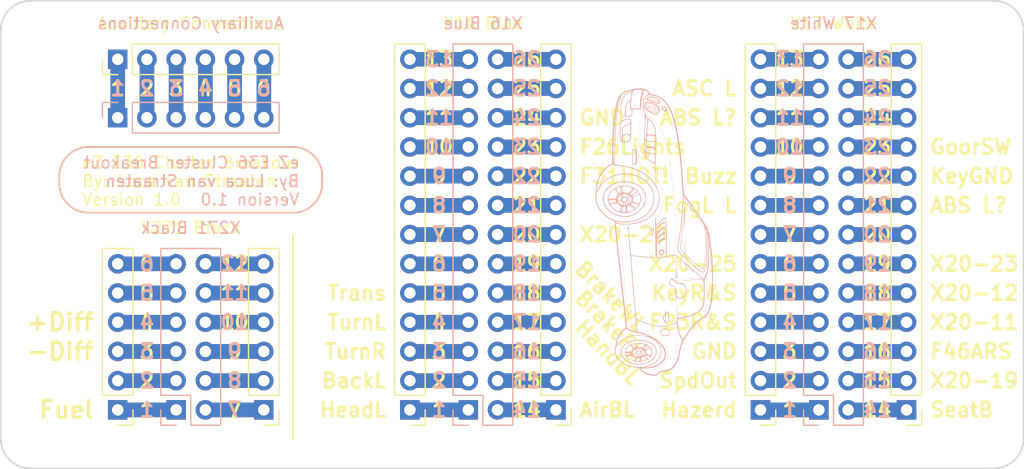
<source format=kicad_pcb>
(kicad_pcb (version 20221018) (generator pcbnew)
  (layers (0 "F.Cu" signal) (31 "B.Cu" signal) (36 "B.SilkS" user "B.Silkscreen") (37 "F.SilkS" user "F.Silkscreen") (38 "B.Mask" user) (39 "F.Mask" user) (44 "Edge.Cuts" user))
  (net 0 "")
  (net 1 "Net-(J1-Pin_1)")
  (net 2 "Net-(J1-Pin_2)")
  (net 3 "Net-(J1-Pin_3)")
  (net 4 "Net-(J1-Pin_4)")
  (net 5 "Net-(J1-Pin_5)")
  (net 6 "Net-(J1-Pin_6)")
  (net 7 "Net-(J1-Pin_7)")
  (net 8 "Net-(J1-Pin_8)")
  (net 9 "Net-(J1-Pin_9)")
  (net 10 "Net-(J1-Pin_10)")
  (net 11 "Net-(J1-Pin_11)")
  (net 12 "Net-(J1-Pin_12)")
  (net 13 "Net-(J1-Pin_13)")
  (net 14 "Net-(J1-Pin_14)")
  (net 15 "Net-(J1-Pin_15)")
  (net 16 "Net-(J1-Pin_16)")
  (net 17 "Net-(J1-Pin_17)")
  (net 18 "Net-(J1-Pin_18)")
  (net 19 "Net-(J1-Pin_19)")
  (net 20 "Net-(J1-Pin_20)")
  (net 21 "Net-(J1-Pin_21)")
  (net 22 "Net-(J1-Pin_22)")
  (net 23 "Net-(J1-Pin_23)")
  (net 24 "Net-(J1-Pin_24)")
  (net 25 "Net-(J1-Pin_25)")
  (net 26 "Net-(J1-Pin_26)")
  (net 27 "Net-(J2-Pin_1)")
  (net 28 "Net-(J2-Pin_2)")
  (net 29 "Net-(J2-Pin_3)")
  (net 30 "Net-(J2-Pin_4)")
  (net 31 "Net-(J2-Pin_5)")
  (net 32 "Net-(J2-Pin_6)")
  (net 33 "Net-(J2-Pin_7)")
  (net 34 "Net-(J2-Pin_8)")
  (net 35 "Net-(J2-Pin_9)")
  (net 36 "Net-(J2-Pin_10)")
  (net 37 "Net-(J2-Pin_11)")
  (net 38 "Net-(J2-Pin_12)")
  (net 39 "Net-(J2-Pin_13)")
  (net 40 "Net-(J2-Pin_14)")
  (net 41 "Net-(J2-Pin_15)")
  (net 42 "Net-(J2-Pin_16)")
  (net 43 "Net-(J2-Pin_17)")
  (net 44 "Net-(J2-Pin_18)")
  (net 45 "Net-(J2-Pin_19)")
  (net 46 "Net-(J2-Pin_20)")
  (net 47 "Net-(J2-Pin_21)")
  (net 48 "Net-(J2-Pin_22)")
  (net 49 "Net-(J2-Pin_23)")
  (net 50 "Net-(J2-Pin_24)")
  (net 51 "Net-(J2-Pin_25)")
  (net 52 "Net-(J2-Pin_26)")
  (net 53 "Net-(J3-Pin_1)")
  (net 54 "Net-(J3-Pin_2)")
  (net 55 "Net-(J3-Pin_3)")
  (net 56 "Net-(J3-Pin_4)")
  (net 57 "Net-(J3-Pin_5)")
  (net 58 "Net-(J3-Pin_6)")
  (net 59 "Net-(J3-Pin_7)")
  (net 60 "Net-(J3-Pin_8)")
  (net 61 "Net-(J3-Pin_9)")
  (net 62 "Net-(J3-Pin_10)")
  (net 63 "Net-(J3-Pin_11)")
  (net 64 "Net-(J3-Pin_12)")
  (net 65 "Net-(J4-Pin_1)")
  (net 66 "Net-(J4-Pin_2)")
  (net 67 "Net-(J4-Pin_3)")
  (net 68 "Net-(J4-Pin_4)")
  (net 69 "Net-(J4-Pin_5)")
  (net 70 "Net-(J4-Pin_6)")
  (footprint "Connector_PinHeader_2.54mm:PinHeader_1x13_P2.54mm_Vertical" (layer "F.Cu") (at 152.4 121.92 180)
    (fp_text reference "J22" hide)
    (fp_text value "Conn_01x13_Pin" hide)
  )
  (footprint "Connector_PinHeader_2.54mm:PinHeader_1x06_P2.54mm_Vertical" (layer "F.Cu") (at 114.3 91.44 90)
    (fp_text reference "J41" hide)
    (fp_text value "Conn_01x06_Pin" hide)
  )
  (footprint "Connector_PinHeader_2.54mm:PinHeader_1x06_P2.54mm_Vertical" (layer "F.Cu") (at 127 121.92 180)
    (fp_text reference "J32" hide)
    (fp_text value "Conn_01x06_Pin" hide)
  )
  (footprint "Connector_PinHeader_2.54mm:PinHeader_1x06_P2.54mm_Vertical" (layer "F.Cu") (at 114.3 121.92 180)
    (fp_text reference "J31" hide)
    (fp_text value "Conn_01x06_Pin" hide)
  )
  (footprint "Connector_PinHeader_2.54mm:PinHeader_1x13_P2.54mm_Vertical" (layer "F.Cu") (at 139.7 121.92 180)
    (fp_text reference "J21" hide)
    (fp_text value "Conn_01x13_Pin" hide)
  )
  (footprint "Connector_PinHeader_2.54mm:PinHeader_1x13_P2.54mm_Vertical" (layer "F.Cu") (at 170.18 121.92 180)
    (fp_text reference "J11" hide)
    (fp_text value "Conn_01x13_Pin" hide)
  )
  (footprint "Connector_PinHeader_2.54mm:PinHeader_1x13_P2.54mm_Vertical" (layer "F.Cu") (at 182.88 121.92 180)
    (fp_text reference "J12" hide)
    (fp_text value "Conn_01x13_Pin" hide)
  )
  (footprint "Connector_PinHeader_2.54mm:PinHeader_2x13_P2.54mm_Vertical" (layer "B.Cu") (at 175.26 121.92)
    (fp_text reference "J1" hide)
    (fp_text value "Conn_02x13_Top_Bottom" hide)
  )
  (footprint "Connector_PinHeader_2.54mm:PinHeader_2x06_P2.54mm_Vertical" (layer "B.Cu") (at 119.38 121.92)
    (fp_text reference "J3" hide)
    (fp_text value "Conn_02x06_Top_Bottom" hide)
  )
  (footprint "Connector_PinHeader_2.54mm:PinHeader_2x13_P2.54mm_Vertical" (layer "B.Cu") (at 144.78 121.92)
    (fp_text reference "J2" hide)
    (fp_text value "Conn_02x13_Top_Bottom" hide)
  )
  (footprint "LOGO" (layer "B.Cu") (at 161.29 106.68 90)
    (fp_text reference "G***" hide)
    (fp_text value "LOGO" hide)
  )
  (footprint "Connector_PinHeader_2.54mm:PinHeader_1x06_P2.54mm_Vertical" (layer "B.Cu") (at 114.3 96.52 -90)
    (fp_text reference "J4" hide)
    (fp_text value "Conn_01x06_Pin" hide)
  )
  (gr_line (start 132.08 101.6) (end 132.08 102.235) (stroke (width 0.15)) (layer "B.SilkS"))
  (gr_arc (start 111.76 104.775) (mid 109.963949 104.031051) (end 109.22 102.235) (stroke (width 0.15)) (layer "B.SilkS"))
  (gr_line (start 109.22 102.235) (end 109.22 101.6) (stroke (width 0.15)) (layer "B.SilkS"))
  (gr_arc (start 109.22 101.6) (mid 109.963949 99.803949) (end 111.76 99.06) (stroke (width 0.15)) (layer "B.SilkS"))
  (gr_arc (start 129.54 99.06) (mid 131.336051 99.803949) (end 132.08 101.6) (stroke (width 0.15)) (layer "B.SilkS"))
  (gr_arc (start 132.08 102.235) (mid 131.336051 104.031051) (end 129.54 104.775) (stroke (width 0.15)) (layer "B.SilkS"))
  (gr_line (start 111.76 99.06) (end 129.54 99.06) (stroke (width 0.15)) (layer "B.SilkS"))
  (gr_line (start 129.54 104.775) (end 111.76 104.775) (stroke (width 0.15)) (layer "B.SilkS"))
  (gr_line (start 132.08 101.6) (end 132.08 102.235) (stroke (width 0.15)) (layer "F.SilkS"))
  (gr_line (start 111.76 99.06) (end 129.54 99.06) (stroke (width 0.15)) (layer "F.SilkS"))
  (gr_line (start 129.54 106.68) (end 129.54 124.46) (stroke (width 0.15)) (layer "F.SilkS"))
  (gr_arc (start 129.54 99.06) (mid 131.336051 99.803949) (end 132.08 101.6) (stroke (width 0.15)) (layer "F.SilkS"))
  (gr_arc (start 132.08 102.235) (mid 131.336051 104.031051) (end 129.54 104.775) (stroke (width 0.15)) (layer "F.SilkS"))
  (gr_arc (start 111.76 104.775) (mid 109.963949 104.031051) (end 109.22 102.235) (stroke (width 0.15)) (layer "F.SilkS"))
  (gr_line (start 109.22 102.235) (end 109.22 101.6) (stroke (width 0.15)) (layer "F.SilkS"))
  (gr_arc (start 109.22 101.6) (mid 109.963949 99.803949) (end 111.76 99.06) (stroke (width 0.15)) (layer "F.SilkS"))
  (gr_line (start 129.54 104.775) (end 111.76 104.775) (stroke (width 0.15)) (layer "F.SilkS"))
  (gr_arc (start 104.14 88.9) (mid 104.883949 87.103949) (end 106.68 86.36) (stroke (width 0.15)) (layer "Edge.Cuts"))
  (gr_arc (start 190.5 86.36) (mid 192.296051 87.103949) (end 193.04 88.9) (stroke (width 0.15)) (layer "Edge.Cuts"))
  (gr_arc (start 193.04 124.46) (mid 192.296051 126.256051) (end 190.5 127) (stroke (width 0.15)) (layer "Edge.Cuts"))
  (gr_line (start 106.68 127) (end 190.5 127) (stroke (width 0.1)) (layer "Edge.Cuts"))
  (gr_line (start 193.04 124.46) (end 193.04 88.9) (stroke (width 0.1)) (layer "Edge.Cuts"))
  (gr_line (start 190.5 86.36) (end 106.68 86.36) (stroke (width 0.1)) (layer "Edge.Cuts"))
  (gr_line (start 104.14 88.9) (end 104.14 124.46) (stroke (width 0.1)) (layer "Edge.Cuts"))
  (gr_arc (start 106.68 127) (mid 104.883949 126.256051) (end 104.14 124.46) (stroke (width 0.15)) (layer "Edge.Cuts"))
  (gr_text "19" (at 180.34 109.22) (layer "B.SilkS") (effects (font (size 1.27 1.27) (thickness 0.254) bold) (justify mirror)))
  (gr_text "22" (at 149.86 101.6) (layer "B.SilkS") (effects (font (size 1.27 1.27) (thickness 0.254) bold) (justify mirror)))
  (gr_text "15" (at 149.86 119.38) (layer "B.SilkS") (effects (font (size 1.27 1.27) (thickness 0.254) bold) (justify mirror)))
  (gr_text "17" (at 149.86 114.3) (layer "B.SilkS") (effects (font (size 1.27 1.27) (thickness 0.254) bold) (justify mirror)))
  (gr_text "4" (at 116.84 114.3) (layer "B.SilkS") (effects (font (size 1.27 1.27) (thickness 0.254) bold) (justify mirror)))
  (gr_text "16" (at 149.86 116.84) (layer "B.SilkS") (effects (font (size 1.27 1.27) (thickness 0.254) bold) (justify mirror)))
  (gr_text "8" (at 172.72 104.14) (layer "B.SilkS") (effects (font (size 1.27 1.27) (thickness 0.254) bold) (justify mirror)))
  (gr_text "9" (at 142.24 101.6) (layer "B.SilkS") (effects (font (size 1.27 1.27) (thickness 0.254) bold) (justify mirror)))
  (gr_text "10" (at 142.24 99.06) (layer "B.SilkS") (effects (font (size 1.27 1.27) (thickness 0.254) bold) (justify mirror)))
  (gr_text "20" (at 149.86 106.68) (layer "B.SilkS") (effects (font (size 1.27 1.27) (thickness 0.254) bold) (justify mirror)))
  (gr_text "7" (at 142.24 106.68) (layer "B.SilkS") (effects (font (size 1.27 1.27) (thickness 0.254) bold) (justify mirror)))
  (gr_text "23" (at 180.34 99.06) (layer "B.SilkS") (effects (font (size 1.27 1.27) (thickness 0.254) bold) (justify mirror)))
  (gr_text "19" (at 149.86 109.22) (layer "B.SilkS") (effects (font (size 1.27 1.27) (thickness 0.254) bold) (justify mirror)))
  (gr_text "X271 Black" (at 120.65 106.68) (layer "B.SilkS") (effects (font (size 1 1)) (justify bottom mirror)))
  (gr_text "24" (at 149.86 96.52) (layer "B.SilkS") (effects (font (size 1.27 1.27) (thickness 0.254) bold) (justify mirror)))
  (gr_text "8" (at 124.46 119.38) (layer "B.SilkS") (effects (font (size 1.27 1.27) (thickness 0.254) bold) (justify mirror)))
  (gr_text "4" (at 142.24 114.3) (layer "B.SilkS") (effects (font (size 1.27 1.27) (thickness 0.254) bold) (justify mirror)))
  (gr_text "5" (at 124.46 93.98) (layer "B.SilkS") (effects (font (size 1.27 1.27) (thickness 0.254) bold) (justify mirror)))
  (gr_text "25" (at 149.86 93.98) (layer "B.SilkS") (effects (font (size 1.27 1.27) (thickness 0.254) bold) (justify mirror)))
  (gr_text "2" (at 142.24 119.38) (layer "B.SilkS") (effects (font (size 1.27 1.27) (thickness 0.254) bold) (justify mirror)))
  (gr_text "6" (at 116.84 109.22) (layer "B.SilkS") (effects (font (size 1.27 1.27) (thickness 0.254) bold) (justify mirror)))
  (gr_text "3" (at 116.84 116.84) (layer "B.SilkS") (effects (font (size 1.27 1.27) (thickness 0.254) bold) (justify mirror)))
  (gr_text "5" (at 172.72 111.76) (layer "B.SilkS") (effects (font (size 1.27 1.27) (thickness 0.254) bold) (justify mirror)))
  (gr_text "20" (at 180.34 106.68) (layer "B.SilkS") (effects (font (size 1.27 1.27) (thickness 0.254) bold) (justify mirror)))
  (gr_text "8" (at 142.24 104.14) (layer "B.SilkS") (effects (font (size 1.27 1.27) (thickness 0.254) bold) (justify mirror)))
  (gr_text "7" (at 172.72 106.68) (layer "B.SilkS") (effects (font (size 1.27 1.27) (thickness 0.254) bold) (justify mirror)))
  (gr_text "9" (at 172.72 101.6) (layer "B.SilkS") (effects (font (size 1.27 1.27) (thickness 0.254) bold) (justify mirror)))
  (gr_text "4" (at 172.72 114.3) (layer "B.SilkS") (effects (font (size 1.27 1.27) (thickness 0.254) bold) (justify mirror)))
  (gr_text "18" (at 149.86 111.76) (layer "B.SilkS") (effects (font (size 1.27 1.27) (thickness 0.254) bold) (justify mirror)))
  (gr_text "14" (at 180.34 121.92) (layer "B.SilkS") (effects (font (size 1.27 1.27) (thickness 0.254) bold) (justify mirror)))
  (gr_text "24" (at 180.34 96.52) (layer "B.SilkS") (effects (font (size 1.27 1.27) (thickness 0.254) bold) (justify mirror)))
  (gr_text "1" (at 116.84 121.92) (layer "B.SilkS") (effects (font (size 1.27 1.27) (thickness 0.254) bold) (justify mirror)))
  (gr_text "Auxiliary Connections" (at 120.65 88.9) (layer "B.SilkS") (effects (font (size 1 1)) (justify bottom mirror)))
  (gr_text "17" (at 180.34 114.3) (layer "B.SilkS") (effects (font (size 1.27 1.27) (thickness 0.254) bold) (justify mirror)))
  (gr_text "5" (at 116.84 111.76) (layer "B.SilkS") (effects (font (size 1.27 1.27) (thickness 0.254) bold) (justify mirror)))
  (gr_text "eZ E36 Cluster Breakout\nBy: Luca van Straaten\nVersion 1.0" (at 130.175 102.03) (layer "B.SilkS") (effects (font (size 1 1)) (justify left mirror)))
  (gr_text "9" (at 124.46 116.84) (layer "B.SilkS") (effects (font (size 1.27 1.27) (thickness 0.254) bold) (justify mirror)))
  (gr_text "2" (at 116.84 93.98) (layer "B.SilkS") (effects (font (size 1.27 1.27) (thickness 0.254) bold) (justify mirror)))
  (gr_text "X16 Blue" (at 146.05 88.9) (layer "B.SilkS") (effects (font (size 1 1)) (justify bottom mirror)))
  (gr_text "10" (at 172.72 99.06) (layer "B.SilkS") (effects (font (size 1.27 1.27) (thickness 0.254) bold) (justify mirror)))
  (gr_text "11" (at 124.46 111.76) (layer "B.SilkS") (effects (font (size 1.27 1.27) (thickness 0.254) bold) (justify mirror)))
  (gr_text "12" (at 142.24 93.98) (layer "B.SilkS") (effects (font (size 1.27 1.27) (thickness 0.254) bold) (justify mirror)))
  (gr_text "26" (at 149.86 91.44) (layer "B.SilkS") (effects (font (size 1.27 1.27) (thickness 0.254) bold) (justify mirror)))
  (gr_text "2" (at 172.72 119.38) (layer "B.SilkS") (effects (font (size 1.27 1.27) (thickness 0.254) bold) (justify mirror)))
  (gr_text "22" (at 180.34 101.6) (layer "B.SilkS") (effects (font (size 1.27 1.27) (thickness 0.254) bold) (justify mirror)))
  (gr_text "11" (at 172.72 96.52) (layer "B.SilkS") (effects (font (size 1.27 1.27) (thickness 0.254) bold) (justify mirror)))
  (gr_text "21" (at 180.34 104.14) (layer "B.SilkS") (effects (font (size 1.27 1.27) (thickness 0.254) bold) (justify mirror)))
  (gr_text "6" (at 172.72 109.22) (layer "B.SilkS") (effects (font (size 1.27 1.27) (thickness 0.254) bold) (justify mirror)))
  (gr_text "13" (at 142.24 91.44) (layer "B.SilkS") (effects (font (size 1.27 1.27) (thickness 0.254) bold) (justify mirror)))
  (gr_text "7" (at 124.46 121.92) (layer "B.SilkS") (effects (font (size 1.27 1.27) (thickness 0.254) bold) (justify mirror)))
  (gr_text "5" (at 142.24 111.76) (layer "B.SilkS") (effects (font (size 1.27 1.27) (thickness 0.254) bold) (justify mirror)))
  (gr_text "1" (at 142.24 121.92) (layer "B.SilkS") (effects (font (size 1.27 1.27) (thickness 0.254) bold) (justify mirror)))
  (gr_text "26" (at 180.34 91.44) (layer "B.SilkS") (effects (font (size 1.27 1.27) (thickness 0.254) bold) (justify mirror)))
  (gr_text "X17 White" (at 176.53 88.9) (layer "B.SilkS") (effects (font (size 1 1)) (justify bottom mirror)))
  (gr_text "3" (at 172.72 116.84) (layer "B.SilkS") (effects (font (size 1.27 1.27) (thickness 0.254) bold) (justify mirror)))
  (gr_text "14" (at 149.86 121.92) (layer "B.SilkS") (effects (font (size 1.27 1.27) (thickness 0.254) bold) (justify mirror)))
  (gr_text "3" (at 119.38 93.98) (layer "B.SilkS") (effects (font (size 1.27 1.27) (thickness 0.254) bold) (justify mirror)))
  (gr_text "18" (at 180.34 111.76) (layer "B.SilkS") (effects (font (size 1.27 1.27) (thickness 0.254) bold) (justify mirror)))
  (gr_text "11" (at 142.24 96.52) (layer "B.SilkS") (effects (font (size 1.27 1.27) (thickness 0.254) bold) (justify mirror)))
  (gr_text "1" (at 172.72 121.92) (layer "B.SilkS") (effects (font (size 1.27 1.27) (thickness 0.254) bold) (justify mirror)))
  (gr_text "2" (at 116.84 119.38) (layer "B.SilkS") (effects (font (size 1.27 1.27) (thickness 0.254) bold) (justify mirror)))
  (gr_text "25" (at 180.34 93.98) (layer "B.SilkS") (effects (font (size 1.27 1.27) (thickness 0.254) bold) (justify mirror)))
  (gr_text "1" (at 114.3 93.98) (layer "B.SilkS") (effects (font (size 1.27 1.27) (thickness 0.254) bold) (justify mirror)))
  (gr_text "16" (at 180.34 116.84) (layer "B.SilkS") (effects (font (size 1.27 1.27) (thickness 0.254) bold) (justify mirror)))
  (gr_text "13" (at 172.72 91.44) (layer "B.SilkS") (effects (font (size 1.27 1.27) (thickness 0.254) bold) (justify mirror)))
  (gr_text "21" (at 149.86 104.14) (layer "B.SilkS") (effects (font (size 1.27 1.27) (thickness 0.254) bold) (justify mirror)))
  (gr_text "15" (at 180.34 119.38) (layer "B.SilkS") (effects (font (size 1.27 1.27) (thickness 0.254) bold) (justify mirror)))
  (gr_text "4" (at 121.92 93.98) (layer "B.SilkS") (effects (font (size 1.27 1.27) (thickness 0.254) bold) (justify mirror)))
  (gr_text "6" (at 127 93.98) (layer "B.SilkS") (effects (font (size 1.27 1.27) (thickness 0.254) bold) (justify mirror)))
  (gr_text "12" (at 172.72 93.98) (layer "B.SilkS") (effects (font (size 1.27 1.27) (thickness 0.254) bold) (justify mirror)))
  (gr_text "10" (at 124.46 114.3) (layer "B.SilkS") (effects (font (size 1.27 1.27) (thickness 0.254) bold) (justify mirror)))
  (gr_text "6" (at 142.24 109.22) (layer "B.SilkS") (effects (font (size 1.27 1.27) (thickness 0.254) bold) (justify mirror)))
  (gr_text "12" (at 124.46 109.22) (layer "B.SilkS") (effects (font (size 1.27 1.27) (thickness 0.254) bold) (justify mirror)))
  (gr_text "23" (at 149.86 99.06) (layer "B.SilkS") (effects (font (size 1.27 1.27) (thickness 0.254) bold) (justify mirror)))
  (gr_text "3" (at 142.24 116.84) (layer "B.SilkS") (effects (font (size 1.27 1.27) (thickness 0.254) bold) (justify mirror)))
  (gr_text "17" (at 149.86 114.3) (layer "F.SilkS") (effects (font (size 1.27 1.27) (thickness 0.254) bold)))
  (gr_text "4" (at 121.92 93.98) (layer "F.SilkS") (effects (font (size 1.27 1.27) (thickness 0.254) bold)))
  (gr_text "ASC L" (at 168.275 93.98) (layer "F.SilkS") (effects (font (size 1.27 1.27) (thickness 0.254) bold) (justify right)))
  (gr_text "3" (at 119.38 93.98) (layer "F.SilkS") (effects (font (size 1.27 1.27) (thickness 0.254) bold)))
  (gr_text "24" (at 180.34 96.52) (layer "F.SilkS") (effects (font (size 1.27 1.27) (thickness 0.254) bold)))
  (gr_text "14" (at 180.34 121.92) (layer "F.SilkS") (effects (font (size 1.27 1.27) (thickness 0.254) bold)))
  (gr_text "10" (at 124.46 114.3) (layer "F.SilkS") (effects (font (size 1.27 1.27) (thickness 0.254) bold)))
  (gr_text "19" (at 149.86 109.22) (layer "F.SilkS") (effects (font (size 1.27 1.27) (thickness 0.254) bold)))
  (gr_text "13" (at 142.24 91.44) (layer "F.SilkS") (effects (font (size 1.27 1.27) (thickness 0.254) bold)))
  (gr_text "20" (at 149.86 106.68) (layer "F.SilkS") (effects (font (size 1.27 1.27) (thickness 0.254) bold)))
  (gr_text "HeadL" (at 137.795 121.92) (layer "F.SilkS") (effects (font (size 1.27 1.27) (thickness 0.254) bold) (justify right)))
  (gr_text "26" (at 149.86 91.44) (layer "F.SilkS") (effects (font (size 1.27 1.27) (thickness 0.254) bold)))
  (gr_text "Auxiliary Connections" (at 120.65 88.9) (layer "F.SilkS") (effects (font (size 1 1)) (justify bottom)))
  (gr_text "8" (at 124.46 119.38) (layer "F.SilkS") (effects (font (size 1.27 1.27) (thickness 0.254) bold)))
  (gr_text "AirBL" (at 154.305 121.92) (layer "F.SilkS") (effects (font (size 1.27 1.27) (thickness 0.254) bold) (justify left)))
  (gr_text "25" (at 149.86 93.98) (layer "F.SilkS") (effects (font (size 1.27 1.27) (thickness 0.254) bold)))
  (gr_text "X20-23" (at 184.785 109.22) (layer "F.SilkS") (effects (font (size 1.27 1.27) (thickness 0.254) bold) (justify left)))
  (gr_text "9" (at 124.46 116.84) (layer "F.SilkS") (effects (font (size 1.27 1.27) (thickness 0.254) bold)))
  (gr_text "9" (at 172.72 101.6) (layer "F.SilkS") (effects (font (size 1.27 1.27) (thickness 0.254) bold)))
  (gr_text "26" (at 180.34 91.44) (layer "F.SilkS") (effects (font (size 1.27 1.27) (thickness 0.254) bold)))
  (gr_text "X20-20" (at 154.305 106.68) (layer "F.SilkS") (effects (font (size 1.27 1.27) (thickness 0.254) bold) (justify left)))
  (gr_text "18" (at 149.86 111.76) (layer "F.SilkS") (effects (font (size 1.27 1.27) (thickness 0.254) bold)))
  (gr_text "BrakeWL" (at 154.305 109.22 315) (layer "F.SilkS") (effects (font (size 1.27 1.27) (thickness 0.254) bold) (justify left)))
  (gr_text "22" (at 180.34 101.6) (layer "F.SilkS") (effects (font (size 1.27 1.27) (thickness 0.254) bold)))
  (gr_text "TurnR" (at 137.795 116.84) (layer "F.SilkS") (effects (font (size 1.27 1.27) (thickness 0.254) bold) (justify right)))
  (gr_text "10" (at 172.72 99.06) (layer "F.SilkS") (effects (font (size 1.27 1.27) (thickness 0.254) bold)))
  (gr_text "2" (at 172.72 119.38) (layer "F.SilkS") (effects (font (size 1.27 1.27) (thickness 0.254) bold)))
  (gr_text "ABS L?" (at 184.785 104.14) (layer "F.SilkS") (effects (font (size 1.27 1.27) (thickness 0.254) bold) (justify left)))
  (gr_text "F46ARS" (at 184.785 116.84) (layer "F.SilkS") (effects (font (size 1.27 1.27) (thickness 0.254) bold) (justify left)))
  (gr_text "21" (at 149.86 104.14) (layer "F.SilkS") (effects (font (size 1.27 1.27) (thickness 0.254) bold)))
  (gr_text "16" (at 180.34 116.84) (layer "F.SilkS") (effects (font (size 1.27 1.27) (thickness 0.254) bold)))
  (gr_text "F23R&S" (at 168.275 114.3) (layer "F.SilkS") (effects (font (size 1.27 1.27) (thickness 0.254) bold) (justify right)))
  (gr_text "25" (at 180.34 93.98) (layer "F.SilkS") (effects (font (size 1.27 1.27) (thickness 0.254) bold)))
  (gr_text "23" (at 180.34 99.06) (layer "F.SilkS") (effects (font (size 1.27 1.27) (thickness 0.254) bold)))
  (gr_text "20" (at 180.34 106.68) (layer "F.SilkS") (effects (font (size 1.27 1.27) (thickness 0.254) bold)))
  (gr_text "11" (at 172.72 96.52) (layer "F.SilkS") (effects (font (size 1.27 1.27) (thickness 0.254) bold)))
  (gr_text "12" (at 142.24 93.98) (layer "F.SilkS") (effects (font (size 1.27 1.27) (thickness 0.254) bold)))
  (gr_text "11" (at 142.24 96.52) (layer "F.SilkS") (effects (font (size 1.27 1.27) (thickness 0.254) bold)))
  (gr_text "GND" (at 154.305 96.52) (layer "F.SilkS") (effects (font (size 1.27 1.27) (thickness 0.254) bold) (justify left)))
  (gr_text "X20-19" (at 184.785 119.38) (layer "F.SilkS") (effects (font (size 1.27 1.27) (thickness 0.254) bold) (justify left)))
  (gr_text "3" (at 142.24 116.84) (layer "F.SilkS") (effects (font (size 1.27 1.27) (thickness 0.254) bold)))
  (gr_text "23" (at 149.86 99.06) (layer "F.SilkS") (effects (font (size 1.27 1.27) (thickness 0.254) bold)))
  (gr_text "X17 White" (at 176.53 88.9) (layer "F.SilkS") (effects (font (size 1 1)) (justify bottom)))
  (gr_text "Trans" (at 137.795 111.76) (layer "F.SilkS") (effects (font (size 1.27 1.27) (thickness 0.254) bold) (justify right)))
  (gr_text "2" (at 116.84 93.98) (layer "F.SilkS") (effects (font (size 1.27 1.27) (thickness 0.254) bold)))
  (gr_text "X271 Black" (at 120.65 106.68) (layer "F.SilkS") (effects (font (size 1 1)) (justify bottom)))
  (gr_text "eZ E36 Cluster Breakout\nBy: Luca van Straaten\nVersion 1.0" (at 111.125 102.03) (layer "F.SilkS") (effects (font (size 1 1)) (justify left)))
  (gr_text "1" (at 142.24 121.92) (layer "F.SilkS") (effects (font (size 1.27 1.27) (thickness 0.254) bold)))
  (gr_text "X16 Blue" (at 146.05 88.9) (layer "F.SilkS") (effects (font (size 1 1)) (justify bottom)))
  (gr_text "5" (at 124.46 93.98) (layer "F.SilkS") (effects (font (size 1.27 1.27) (thickness 0.254) bold)))
  (gr_text "X20-25" (at 168.275 109.22) (layer "F.SilkS") (effects (font (size 1.27 1.27) (thickness 0.254) bold) (justify right)))
  (gr_text "12" (at 124.46 109.22) (layer "F.SilkS") (effects (font (size 1.27 1.27) (thickness 0.254) bold)))
  (gr_text "4" (at 172.72 114.3) (layer "F.SilkS") (effects (font (size 1.27 1.27) (thickness 0.254) bold)))
  (gr_text "SeatB" (at 184.785 121.92) (layer "F.SilkS") (effects (font (size 1.27 1.27) (thickness 0.254) bold) (justify left)))
  (gr_text "Buzz" (at 168.275 101.6) (layer "F.SilkS") (effects (font (size 1.27 1.27) (thickness 0.254) bold) (justify right)))
  (gr_text "1" (at 116.84 121.92) (layer "F.SilkS") (effects (font (size 1.27 1.27) (thickness 0.254) bold)))
  (gr_text "ABS L?" (at 168.275 96.52) (layer "F.SilkS") (effects (font (size 1.27 1.27) (thickness 0.254) bold) (justify right)))
  (gr_text "Hazerd" (at 168.275 121.92) (layer "F.SilkS") (effects (font (size 1.27 1.27) (thickness 0.254) bold) (justify right)))
  (gr_text "5" (at 142.24 111.76) (layer "F.SilkS") (effects (font (size 1.27 1.27) (thickness 0.254) bold)))
  (gr_text "1" (at 114.3 93.98) (layer "F.SilkS") (effects (font (size 1.27 1.27) (thickness 0.254) bold)))
  (gr_text "KeyR&S" (at 168.275 111.76) (layer "F.SilkS") (effects (font (size 1.27 1.27) (thickness 0.254) bold) (justify right)))
  (gr_text "F31HOT!" (at 154.305 101.6) (layer "F.SilkS") (effects (font (size 1.27 1.27) (thickness 0.254) bold) (justify left)))
  (gr_text "22" (at 149.86 101.6) (layer "F.SilkS") (effects (font (size 1.27 1.27) (thickness 0.254) bold)))
  (gr_text "-Diff" (at 112.395 116.84) (layer "F.SilkS") (effects (font (size 1.5 1.5) (thickness 0.3) bold) (justify right)))
  (gr_text "21" (at 180.34 104.14) (layer "F.SilkS") (effects (font (size 1.27 1.27) (thickness 0.254) bold)))
  (gr_text "GND" (at 168.275 116.84) (layer "F.SilkS") (effects (font (size 1.27 1.27) (thickness 0.254) bold) (justify right)))
  (gr_text "6" (at 172.72 109.22) (layer "F.SilkS") (effects (font (size 1.27 1.27) (thickness 0.254) bold)))
  (gr_text "24" (at 149.86 96.52) (layer "F.SilkS") (effects (font (size 1.27 1.27) (thickness 0.254) bold)))
  (gr_text "BrakeFL" (at 154.305 111.76 315) (layer "F.SilkS") (effects (font (size 1.27 1.27) (thickness 0.254) bold) (justify left)))
  (gr_text "GoorSW" (at 184.785 99.06) (layer "F.SilkS") (effects (font (size 1.27 1.27) (thickness 0.254) bold) (justify left)))
  (gr_text "5" (at 116.84 111.76) (layer "F.SilkS") (effects (font (size 1.27 1.27) (thickness 0.254) bold)))
  (gr_text "2" (at 142.24 119.38) (layer "F.SilkS") (effects (font (size 1.27 1.27) (thickness 0.254) bold)))
  (gr_text "3" (at 116.84 116.84) (layer "F.SilkS") (effects (font (size 1.27 1.27) (thickness 0.254) bold)))
  (gr_text "18" (at 180.34 111.76) (layer "F.SilkS") (effects (font (size 1.27 1.27) (thickness 0.254) bold)))
  (gr_text "10" (at 142.24 99.06) (layer "F.SilkS") (effects (font (size 1.27 1.27) (thickness 0.254) bold)))
  (gr_text "12" (at 172.72 93.98) (layer "F.SilkS") (effects (font (size 1.27 1.27) (thickness 0.254) bold)))
  (gr_text "8" (at 142.24 104.14) (layer "F.SilkS") (effects (font (size 1.27 1.27) (thickness 0.254) bold)))
  (gr_text "X20-11" (at 184.785 114.3) (layer "F.SilkS") (effects (font (size 1.27 1.27) (thickness 0.254) bold) (justify left)))
  (gr_text "8" (at 172.72 104.14) (layer "F.SilkS") (effects (font (size 1.27 1.27) (thickness 0.254) bold)))
  (gr_text "7" (at 172.72 106.68) (layer "F.SilkS") (effects (font (size 1.27 1.27) (thickness 0.254) bold)))
  (gr_text "BackL" (at 137.795 119.38) (layer "F.SilkS") (effects (font (size 1.27 1.27) (thickness 0.254) bold) (justify right)))
  (gr_text "TurnL" (at 137.795 114.3) (layer "F.SilkS") (effects (font (size 1.27 1.27) (thickness 0.254) bold) (justify right)))
  (gr_text "15" (at 149.86 119.38) (layer "F.SilkS") (effects (font (size 1.27 1.27) (thickness 0.254) bold)))
  (gr_text "HandBL" (at 154.305 114.3 315) (layer "F.SilkS") (effects (font (size 1.27 1.27) (thickness 0.254) bold) (justify left)))
  (gr_text "6" (at 116.84 109.22) (layer "F.SilkS") (effects (font (size 1.27 1.27) (thickness 0.254) bold)))
  (gr_text "SpdOut" (at 168.275 119.38) (layer "F.SilkS") (effects (font (size 1.27 1.27) (thickness 0.254) bold) (justify right)))
  (gr_text "15" (at 180.34 119.38) (layer "F.SilkS") (effects (font (size 1.27 1.27) (thickness 0.254) bold)))
  (gr_text "14" (at 149.86 121.92) (layer "F.SilkS") (effects (font (size 1.27 1.27) (thickness 0.254) bold)))
  (gr_text "1" (at 172.72 121.92) (layer "F.SilkS") (effects (font (size 1.27 1.27) (thickness 0.254) bold)))
  (gr_text "17" (at 180.34 114.3) (layer "F.SilkS") (effects (font (size 1.27 1.27) (thickness 0.254) bold)))
  (gr_text "4" (at 116.84 114.3) (layer "F.SilkS") (effects (font (size 1.27 1.27) (thickness 0.254) bold)))
  (gr_text "KeyGND" (at 184.785 101.6) (layer "F.SilkS") (effects (font (size 1.27 1.27) (thickness 0.254) bold) (justify left)))
  (gr_text "3" (at 172.72 116.84) (layer "F.SilkS") (effects (font (size 1.27 1.27) (thickness 0.254) bold)))
  (gr_text "F26Lights" (at 154.305 99.06) (layer "F.SilkS") (effects (font (size 1.27 1.27) (thickness 0.254) bold) (justify left)))
  (gr_text "4" (at 142.24 114.3) (layer "F.SilkS") (effects (font (size 1.27 1.27) (thickness 0.254) bold)))
  (gr_text "19" (at 180.34 109.22) (layer "F.SilkS") (effects (font (size 1.27 1.27) (thickness 0.254) bold)))
  (gr_text "16" (at 149.86 116.84) (layer "F.SilkS") (effects (font (size 1.27 1.27) (thickness 0.254) bold)))
  (gr_text "6" (at 142.24 109.22) (layer "F.SilkS") (effects (font (size 1.27 1.27) (thickness 0.254) bold)))
  (gr_text "6" (at 127 93.98) (layer "F.SilkS") (effects (font (size 1.27 1.27) (thickness 0.254) bold)))
  (gr_text "9" (at 142.24 101.6) (layer "F.SilkS") (effects (font (size 1.27 1.27) (thickness 0.254) bold)))
  (gr_text "7" (at 124.46 121.92) (layer "F.SilkS") (effects (font (size 1.27 1.27) (thickness 0.254) bold)))
  (gr_text "7" (at 142.24 106.68) (layer "F.SilkS") (effects (font (size 1.27 1.27) (thickness 0.254) bold)))
  (gr_text "X20-12" (at 184.785 111.76) (layer "F.SilkS") (effects (font (size 1.27 1.27) (thickness 0.254) bold) (justify left)))
  (gr_text "Fuel" (at 112.395 121.92) (layer "F.SilkS") (effects (font (size 1.5 1.5) (thickness 0.3) bold) (justify right)))
  (gr_text "+Diff" (at 112.395 114.3) (layer "F.SilkS") (effects (font (size 1.5 1.5) (thickness 0.3) bold) (justify right)))
  (gr_text "13" (at 172.72 91.44) (layer "F.SilkS") (effects (font (size 1.27 1.27) (thickness 0.254) bold)))
  (gr_text "FogL L" (at 168.275 104.14) (layer "F.SilkS") (effects (font (size 1.27 1.27) (thickness 0.254) bold) (justify right)))
  (gr_text "5" (at 172.72 111.76) (layer "F.SilkS") (effects (font (size 1.27 1.27) (thickness 0.254) bold)))
  (gr_text "2" (at 116.84 119.38) (layer "F.SilkS") (effects (font (size 1.27 1.27) (thickness 0.254) bold)))
  (gr_text "11" (at 124.46 111.76) (layer "F.SilkS") (effects (font (size 1.27 1.27) (thickness 0.254) bold)))
  (segment (start 175.26 121.92) (end 170.18 121.92) (width 1.27) (layer "F.Cu") (net 1))
  (segment (start 170.18 121.92) (end 175.26 121.92) (width 1.27) (layer "B.Cu") (net 1))
  (segment (start 175.26 119.38) (end 170.18 119.38) (width 1.27) (layer "F.Cu") (net 2))
  (segment (start 170.18 119.38) (end 175.26 119.38) (width 1.27) (layer "B.Cu") (net 2))
  (segment (start 175.26 116.84) (end 170.18 116.84) (width 1.27) (layer "F.Cu") (net 3))
  (segment (start 170.18 116.84) (end 175.26 116.84) (width 1.27) (layer "B.Cu") (net 3))
  (segment (start 170.18 114.3) (end 175.26 114.3) (width 1.27) (layer "F.Cu") (net 4))
  (segment (start 175.26 114.3) (end 170.18 114.3) (width 1.27) (layer "B.Cu") (net 4))
  (segment (start 175.26 111.76) (end 170.18 111.76) (width 1.27) (layer "F.Cu") (net 5))
  (segment (start 170.18 111.76) (end 175.26 111.76) (width 1.27) (layer "B.Cu") (net 5))
  (segment (start 170.18 109.22) (end 175.26 109.22) (width 1.27) (layer "F.Cu") (net 6))
  (segment (start 175.26 109.22) (end 170.18 109.22) (width 1.27) (layer "B.Cu") (net 6))
  (segment (start 175.26 106.68) (end 170.18 106.68) (width 1.27) (layer "F.Cu") (net 7))
  (segment (start 170.18 106.68) (end 175.26 106.68) (width 1.27) (layer "B.Cu") (net 7))
  (segment (start 175.26 104.14) (end 170.18 104.14) (width 1.27) (layer "F.Cu") (net 8))
  (segment (start 170.18 104.14) (end 175.26 104.14) (width 1.27) (layer "B.Cu") (net 8))
  (segment (start 175.26 101.6) (end 170.18 101.6) (width 1.27) (layer "F.Cu") (net 9))
  (segment (start 170.18 101.6) (end 175.26 101.6) (width 1.27) (layer "B.Cu") (net 9))
  (segment (start 175.26 99.06) (end 170.18 99.06) (width 1.27) (layer "F.Cu") (net 10))
  (segment (start 170.18 99.06) (end 175.26 99.06) (width 1.27) (layer "B.Cu") (net 10))
  (segment (start 175.26 96.52) (end 170.18 96.52) (width 1.27) (layer "F.Cu") (net 11))
  (segment (start 170.18 96.52) (end 175.26 96.52) (width 1.27) (layer "B.Cu") (net 11))
  (segment (start 175.26 93.98) (end 170.18 93.98) (width 1.27) (layer "F.Cu") (net 12))
  (segment (start 170.18 93.98) (end 175.26 93.98) (width 1.27) (layer "B.Cu") (net 12))
  (segment (start 175.26 91.44) (end 170.18 91.44) (width 1.27) (layer "F.Cu") (net 13))
  (segment (start 170.18 91.44) (end 175.26 91.44) (width 1.27) (layer "B.Cu") (net 13))
  (segment (start 177.8 121.92) (end 182.88 121.92) (width 1.27) (layer "F.Cu") (net 14))
  (segment (start 182.88 121.92) (end 177.8 121.92) (width 1.27) (layer "B.Cu") (net 14))
  (segment (start 182.88 119.38) (end 177.8 119.38) (width 1.27) (layer "F.Cu") (net 15))
  (segment (start 177.8 119.38) (end 182.88 119.38) (width 1.27) (layer "B.Cu") (net 15))
  (segment (start 177.8 116.84) (end 182.88 116.84) (width 1.27) (layer "F.Cu") (net 16))
  (segment (start 182.88 116.84) (end 177.8 116.84) (width 1.27) (layer "B.Cu") (net 16))
  (segment (start 182.88 114.3) (end 177.8 114.3) (width 1.27) (layer "F.Cu") (net 17))
  (segment (start 177.8 114.3) (end 182.88 114.3) (width 1.27) (layer "B.Cu") (net 17))
  (segment (start 177.8 111.76) (end 182.88 111.76) (width 1.27) (layer "F.Cu") (net 18))
  (segment (start 182.88 111.76) (end 177.8 111.76) (width 1.27) (layer "B.Cu") (net 18))
  (segment (start 182.88 109.22) (end 177.8 109.22) (width 1.27) (layer "F.Cu") (net 19))
  (segment (start 177.8 109.22) (end 182.88 109.22) (width 1.27) (layer "B.Cu") (net 19))
  (segment (start 177.8 106.68) (end 182.88 106.68) (width 1.27) (layer "F.Cu") (net 20))
  (segment (start 182.88 106.68) (end 177.8 106.68) (width 1.27) (layer "B.Cu") (net 20))
  (segment (start 182.88 104.14) (end 177.8 104.14) (width 1.27) (layer "F.Cu") (net 21))
  (segment (start 177.8 104.14) (end 182.88 104.14) (width 1.27) (layer "B.Cu") (net 21))
  (segment (start 177.8 101.6) (end 182.88 101.6) (width 1.27) (layer "F.Cu") (net 22))
  (segment (start 182.88 101.6) (end 177.8 101.6) (width 1.27) (layer "B.Cu") (net 22))
  (segment (start 182.88 99.06) (end 177.8 99.06) (width 1.27) (layer "F.Cu") (net 23))
  (segment (start 177.8 99.06) (end 182.88 99.06) (width 1.27) (layer "B.Cu") (net 23))
  (segment (start 177.8 96.52) (end 182.88 96.52) (width 1.27) (layer "F.Cu") (net 24))
  (segment (start 182.88 96.52) (end 177.8 96.52) (width 1.27) (layer "B.Cu") (net 24))
  (segment (start 182.88 93.98) (end 177.8 93.98) (width 1.27) (layer "F.Cu") (net 25))
  (segment (start 177.8 93.98) (end 182.88 93.98) (width 1.27) (layer "B.Cu") (net 25))
  (segment (start 177.8 91.44) (end 182.88 91.44) (width 1.27) (layer "F.Cu") (net 26))
  (segment (start 182.88 91.44) (end 177.8 91.44) (width 1.27) (layer "B.Cu") (net 26))
  (segment (start 144.78 121.92) (end 139.7 121.92) (width 1.27) (layer "F.Cu") (net 27))
  (segment (start 139.7 121.92) (end 144.78 121.92) (width 1.27) (layer "B.Cu") (net 27))
  (segment (start 139.7 119.38) (end 144.78 119.38) (width 1.27) (layer "F.Cu") (net 28))
  (segment (start 144.78 119.38) (end 139.7 119.38) (width 1.27) (layer "B.Cu") (net 28))
  (segment (start 144.78 116.84) (end 139.7 116.84) (width 1.27) (layer "F.Cu") (net 29))
  (segment (start 139.7 116.84) (end 144.78 116.84) (width 1.27) (layer "B.Cu") (net 29))
  (segment (start 139.7 114.3) (end 144.78 114.3) (width 1.27) (layer "F.Cu") (net 30))
  (segment (start 144.78 114.3) (end 139.7 114.3) (width 1.27) (layer "B.Cu") (net 30))
  (segment (start 144.78 111.76) (end 139.7 111.76) (width 1.27) (layer "F.Cu") (net 31))
  (segment (start 139.7 111.76) (end 144.78 111.76) (width 1.27) (layer "B.Cu") (net 31))
  (segment (start 139.7 109.22) (end 144.78 109.22) (width 1.27) (layer "F.Cu") (net 32))
  (segment (start 144.78 109.22) (end 139.7 109.22) (width 1.27) (layer "B.Cu") (net 32))
  (segment (start 144.78 106.68) (end 139.7 106.68) (width 1.27) (layer "F.Cu") (net 33))
  (segment (start 139.7 106.68) (end 144.78 106.68) (width 1.27) (layer "B.Cu") (net 33))
  (segment (start 139.7 104.14) (end 144.78 104.14) (width 1.27) (layer "F.Cu") (net 34))
  (segment (start 144.78 104.14) (end 139.7 104.14) (width 1.27) (layer "B.Cu") (net 34))
  (segment (start 144.78 101.6) (end 139.7 101.6) (width 1.27) (layer "F.Cu") (net 35))
  (segment (start 139.7 101.6) (end 144.78 101.6) (width 1.27) (layer "B.Cu") (net 35))
  (segment (start 139.7 99.06) (end 144.78 99.06) (width 1.27) (layer "F.Cu") (net 36))
  (segment (start 144.78 99.06) (end 139.7 99.06) (width 1.27) (layer "B.Cu") (net 36))
  (segment (start 144.78 96.52) (end 139.7 96.52) (width 1.27) (layer "F.Cu") (net 37))
  (segment (start 139.7 96.52) (end 144.78 96.52) (width 1.27) (layer "B.Cu") (net 37))
  (segment (start 139.7 93.98) (end 144.78 93.98) (width 1.27) (layer "F.Cu") (net 38))
  (segment (start 144.78 93.98) (end 139.7 93.98) (width 1.27) (layer "B.Cu") (net 38))
  (segment (start 144.78 91.44) (end 139.7 91.44) (width 1.27) (layer "F.Cu") (net 39))
  (segment (start 139.7 91.44) (end 144.78 91.44) (width 1.27) (layer "B.Cu") (net 39))
  (segment (start 147.32 121.92) (end 152.4 121.92) (width 1.27) (layer "F.Cu") (net 40))
  (segment (start 152.4 121.92) (end 147.32 121.92) (width 1.27) (layer "B.Cu") (net 40))
  (segment (start 152.4 119.38) (end 147.32 119.38) (width 1.27) (layer "F.Cu") (net 41))
  (segment (start 147.32 119.38) (end 152.4 119.38) (width 1.27) (layer "B.Cu") (net 41))
  (segment (start 147.32 116.84) (end 152.4 116.84) (width 1.27) (layer "F.Cu") (net 42))
  (segment (start 152.4 116.84) (end 147.32 116.84) (width 1.27) (layer "B.Cu") (net 42))
  (segment (start 152.4 114.3) (end 147.32 114.3) (width 1.27) (layer "F.Cu") (net 43))
  (segment (start 147.32 114.3) (end 152.4 114.3) (width 1.27) (layer "B.Cu") (net 43))
  (segment (start 147.32 111.76) (end 152.4 111.76) (width 1.27) (layer "F.Cu") (net 44))
  (segment (start 152.4 111.76) (end 147.32 111.76) (width 1.27) (layer "B.Cu") (net 44))
  (segment (start 152.4 109.22) (end 147.32 109.22) (width 1.27) (layer "F.Cu") (net 45))
  (segment (start 147.32 109.22) (end 152.4 109.22) (width 1.27) (layer "B.Cu") (net 45))
  (segment (start 147.32 106.68) (end 152.4 106.68) (width 1.27) (layer "F.Cu") (net 46))
  (segment (start 152.4 106.68) (end 147.32 106.68) (width 1.27) (layer "B.Cu") (net 46))
  (segment (start 152.4 104.14) (end 147.32 104.14) (width 1.27) (layer "F.Cu") (net 47))
  (segment (start 147.32 104.14) (end 152.4 104.14) (width 1.27) (layer "B.Cu") (net 47))
  (segment (start 147.32 101.6) (end 152.4 101.6) (width 1.27) (layer "F.Cu") (net 48))
  (segment (start 152.4 101.6) (end 147.32 101.6) (width 1.27) (layer "B.Cu") (net 48))
  (segment (start 152.4 99.06) (end 147.32 99.06) (width 1.27) (layer "F.Cu") (net 49))
  (segment (start 147.32 99.06) (end 152.4 99.06) (width 1.27) (layer "B.Cu") (net 49))
  (segment (start 147.32 96.52) (end 152.4 96.52) (width 1.27) (layer "F.Cu") (net 50))
  (segment (start 152.4 96.52) (end 147.32 96.52) (width 1.27) (layer "B.Cu") (net 50))
  (segment (start 152.4 93.98) (end 147.32 93.98) (width 1.27) (layer "F.Cu") (net 51))
  (segment (start 147.32 93.98) (end 152.4 93.98) (width 1.27) (layer "B.Cu") (net 51))
  (segment (start 147.32 91.44) (end 152.4 91.44) (width 1.27) (layer "F.Cu") (net 52))
  (segment (start 152.4 91.44) (end 147.32 91.44) (width 1.27) (layer "B.Cu") (net 52))
  (segment (start 119.38 121.92) (end 114.3 121.92) (width 1.27) (layer "F.Cu") (net 53))
  (segment (start 114.3 121.92) (end 119.38 121.92) (width 1.27) (layer "B.Cu") (net 53))
  (segment (start 114.3 119.38) (end 119.38 119.38) (width 1.27) (layer "F.Cu") (net 54))
  (segment (start 119.38 119.38) (end 114.3 119.38) (width 1.27) (layer "B.Cu") (net 54))
  (segment (start 119.38 116.84) (end 114.3 116.84) (width 1.27) (layer "F.Cu") (net 55))
  (segment (start 114.3 116.84) (end 119.38 116.84) (width 1.27) (layer "B.Cu") (net 55))
  (segment (start 114.3 114.3) (end 119.38 114.3) (width 1.27) (layer "F.Cu") (net 56))
  (segment (start 119.38 114.3) (end 114.3 114.3) (width 1.27) (layer "B.Cu") (net 56))
  (segment (start 119.38 111.76) (end 114.3 111.76) (width 1.27) (layer "F.Cu") (net 57))
  (segment (start 114.3 111.76) (end 119.38 111.76) (width 1.27) (layer "B.Cu") (net 57))
  (segment (start 114.3 109.22) (end 119.38 109.22) (width 1.27) (layer "F.Cu") (net 58))
  (segment (start 119.38 109.22) (end 114.3 109.22) (width 1.27) (layer "B.Cu") (net 58))
  (segment (start 121.92 121.92) (end 127 121.92) (width 1.27) (layer "F.Cu") (net 59))
  (segment (start 127 121.92) (end 121.92 121.92) (width 1.27) (layer "B.Cu") (net 59))
  (segment (start 127 119.38) (end 121.92 119.38) (width 1.27) (layer "F.Cu") (net 60))
  (segment (start 121.92 119.38) (end 127 119.38) (width 1.27) (layer "B.Cu") (net 60))
  (segment (start 121.92 116.84) (end 127 116.84) (width 1.27) (layer "F.Cu") (net 61))
  (segment (start 127 116.84) (end 121.92 116.84) (width 1.27) (layer "B.Cu") (net 61))
  (segment (start 127 114.3) (end 121.92 114.3) (width 1.27) (layer "F.Cu") (net 62))
  (segment (start 121.92 114.3) (end 127 114.3) (width 1.27) (layer "B.Cu") (net 62))
  (segment (start 121.92 111.76) (end 127 111.76) (width 1.27) (layer "F.Cu") (net 63))
  (segment (start 127 111.76) (end 121.92 111.76) (width 1.27) (layer "B.Cu") (net 63))
  (segment (start 127 109.22) (end 121.92 109.22) (width 1.27) (layer "F.Cu") (net 64))
  (segment (start 121.92 109.22) (end 127 109.22) (width 1.27) (layer "B.Cu") (net 64))
  (segment (start 114.3 96.52) (end 114.3 91.44) (width 1.27) (layer "F.Cu") (net 65))
  (segment (start 114.3 91.44) (end 114.3 96.52) (width 1.27) (layer "B.Cu") (net 65))
  (segment (start 116.84 96.52) (end 116.84 91.44) (width 1.27) (layer "F.Cu") (net 66))
  (segment (start 116.84 91.44) (end 116.84 96.52) (width 1.27) (layer "B.Cu") (net 66))
  (segment (start 119.38 96.52) (end 119.38 91.44) (width 1.27) (layer "F.Cu") (net 67))
  (segment (start 119.38 91.44) (end 119.38 96.52) (width 1.27) (layer "B.Cu") (net 67))
  (segment (start 121.92 96.52) (end 121.92 91.44) (width 1.27) (layer "F.Cu") (net 68))
  (segment (start 121.92 91.44) (end 121.92 96.52) (width 1.27) (layer "B.Cu") (net 68))
  (segment (start 124.46 96.52) (end 124.46 91.44) (width 1.27) (layer "F.Cu") (net 69))
  (segment (start 124.46 91.44) (end 124.46 96.52) (width 1.27) (layer "B.Cu") (net 69))
  (segment (start 127 96.52) (end 127 91.44) (width 1.27) (layer "F.Cu") (net 70))
  (segment (start 127 91.44) (end 127 96.52) (width 1.27) (layer "B.Cu") (net 70))
)
</source>
